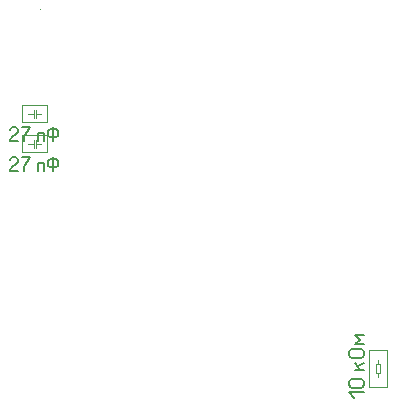
<source format=gbr>
%FSLAX34Y34*%
%MOMM*%
%LNSILK_BOTTOM*%
G71*
G01*
%ADD10C, 0.00*%
%ADD11C, 0.14*%
%ADD12C, 0.08*%
%ADD13C, 0.17*%
%LPD*%
G54D10*
X314031Y-367800D02*
X314031Y-367800D01*
G54D10*
X298481Y-489000D02*
X298481Y-474700D01*
X319881Y-474700D01*
X319881Y-489000D01*
X298481Y-489000D01*
G54D10*
X303981Y-481800D02*
X308781Y-481800D01*
X308781Y-478700D01*
X308781Y-485000D01*
G54D10*
X310381Y-478700D02*
X310381Y-485000D01*
G54D10*
X310381Y-481800D02*
X314381Y-481800D01*
X315181Y-481800D01*
G54D11*
X295828Y-504662D02*
X288894Y-504662D01*
X288894Y-503940D01*
X289761Y-502496D01*
X294961Y-498162D01*
X295828Y-496718D01*
X295828Y-495274D01*
X294961Y-493829D01*
X293228Y-493107D01*
X291494Y-493107D01*
X289761Y-493829D01*
X288894Y-495274D01*
G54D11*
X299006Y-493107D02*
X305939Y-493107D01*
X305072Y-494551D01*
X303339Y-496718D01*
X301606Y-499607D01*
X300739Y-501774D01*
X300739Y-504662D01*
G54D11*
X312468Y-504662D02*
X312468Y-498162D01*
X317668Y-498162D01*
X317668Y-504662D01*
G54D11*
X320846Y-500329D02*
X320846Y-495996D01*
X322579Y-494551D01*
X327779Y-494551D01*
X329512Y-495996D01*
X329512Y-500329D01*
X327779Y-501774D01*
X322579Y-501774D01*
X320846Y-500329D01*
G54D11*
X325179Y-493107D02*
X325179Y-504662D01*
G54D10*
X298481Y-463600D02*
X298481Y-449300D01*
X319881Y-449300D01*
X319881Y-463600D01*
X298481Y-463600D01*
G54D10*
X303981Y-456400D02*
X308781Y-456400D01*
X308781Y-453300D01*
X308781Y-459600D01*
G54D10*
X310381Y-453300D02*
X310381Y-459600D01*
G54D10*
X310381Y-456400D02*
X314381Y-456400D01*
X315181Y-456400D01*
G54D11*
X295828Y-479262D02*
X288894Y-479262D01*
X288894Y-478540D01*
X289761Y-477096D01*
X294961Y-472762D01*
X295828Y-471318D01*
X295828Y-469874D01*
X294961Y-468429D01*
X293228Y-467707D01*
X291494Y-467707D01*
X289761Y-468429D01*
X288894Y-469874D01*
G54D11*
X299006Y-467707D02*
X305939Y-467707D01*
X305072Y-469151D01*
X303339Y-471318D01*
X301606Y-474207D01*
X300739Y-476374D01*
X300739Y-479262D01*
G54D11*
X312468Y-479262D02*
X312468Y-472762D01*
X317668Y-472762D01*
X317668Y-479262D01*
G54D11*
X320846Y-474929D02*
X320846Y-470596D01*
X322579Y-469151D01*
X327779Y-469151D01*
X329512Y-470596D01*
X329512Y-474929D01*
X327779Y-476374D01*
X322579Y-476374D01*
X320846Y-474929D01*
G54D11*
X325179Y-467707D02*
X325179Y-479262D01*
G54D12*
X600075Y-664788D02*
X600075Y-667988D01*
X598475Y-667988D01*
X598475Y-675888D01*
X601675Y-675888D01*
X601675Y-667988D01*
X600075Y-667988D01*
G54D12*
X600075Y-675888D02*
X600075Y-679088D01*
G54D12*
X592275Y-656438D02*
X592275Y-687638D01*
X607875Y-687638D01*
X607875Y-656438D01*
X592275Y-656438D01*
G54D13*
X580306Y-697156D02*
X575306Y-692156D01*
X588639Y-692156D01*
G54D13*
X577806Y-680489D02*
X586139Y-680489D01*
X587806Y-681489D01*
X588639Y-683489D01*
X588639Y-685489D01*
X587806Y-687489D01*
X586139Y-688489D01*
X577806Y-688489D01*
X576139Y-687489D01*
X575306Y-685489D01*
X575306Y-683489D01*
X576139Y-681489D01*
X577806Y-680489D01*
G54D13*
X588639Y-672955D02*
X581139Y-672955D01*
G54D13*
X583639Y-669955D02*
X588639Y-666955D01*
G54D13*
X585306Y-672955D02*
X581139Y-666955D01*
G54D13*
X577806Y-655288D02*
X586139Y-655288D01*
X587806Y-656288D01*
X588639Y-658288D01*
X588639Y-660288D01*
X587806Y-662288D01*
X586139Y-663288D01*
X577806Y-663288D01*
X576139Y-662288D01*
X575306Y-660288D01*
X575306Y-658288D01*
X576139Y-656288D01*
X577806Y-655288D01*
G54D13*
X588639Y-651621D02*
X581139Y-651621D01*
X585306Y-647621D01*
X581139Y-643621D01*
X588639Y-643621D01*
M02*

</source>
